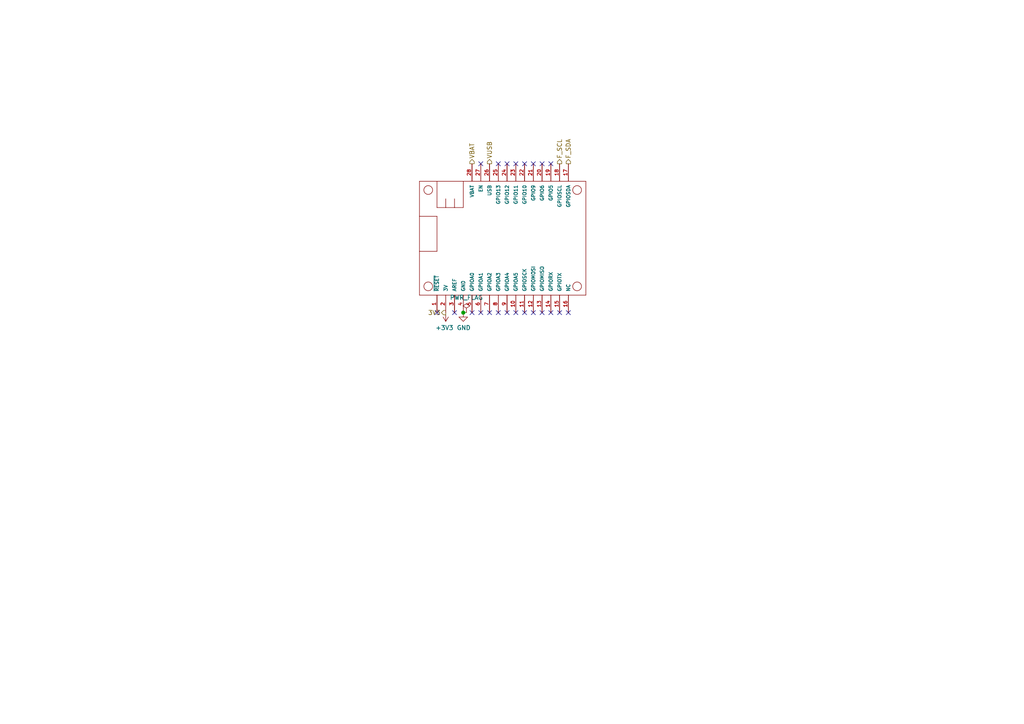
<source format=kicad_sch>
(kicad_sch (version 20201015) (generator eeschema)
  (page 1 6)
  (paper "A4")
  (lib_symbols
    (symbol "adafruit_featherwing:ADAFRUIT_FEATHERWING" (pin_names (offset 1.016))
      (symbol "ADAFRUIT_FEATHERWING_1_1"
        (circle (center 2.54 2.54) (radius 1.27))
        (circle (center 2.54 30.48) (radius 1.27))
        (circle (center 45.72 2.54) (radius 1.27))
        (circle (center 45.72 30.48) (radius 1.27))
        (pin input line (at 5.08 -5.08 90) (length 5.08) (name "~RESET") (number "1"))
        (pin bidirectional line (at 27.94 -5.08 90) (length 5.08) (name "GPIOA5") (number "10"))
        (pin bidirectional line (at 30.48 -5.08 90) (length 5.08) (name "GPIOSCK") (number "11"))
        (pin bidirectional line (at 33.02 -5.08 90) (length 5.08) (name "GPIOMOSI") (number "12"))
        (pin bidirectional line (at 35.56 -5.08 90) (length 5.08) (name "GPIOMISO") (number "13"))
        (pin bidirectional line (at 38.1 -5.08 90) (length 5.08) (name "GPIORX") (number "14"))
        (pin bidirectional line (at 40.64 -5.08 90) (length 5.08) (name "GPIOTX") (number "15"))
        (pin passive line (at 43.18 -5.08 90) (length 5.08) (name "NC") (number "16"))
        (pin bidirectional line (at 43.18 38.1 270) (length 5.08) (name "GPIOSDA") (number "17"))
        (pin bidirectional line (at 40.64 38.1 270) (length 5.08) (name "GPIOSCL") (number "18"))
        (pin bidirectional line (at 38.1 38.1 270) (length 5.08) (name "GPIO5") (number "19"))
        (pin power_out line (at 7.62 -5.08 90) (length 5.08) (name "3V") (number "2"))
        (pin bidirectional line (at 35.56 38.1 270) (length 5.08) (name "GPIO6") (number "20"))
        (pin bidirectional line (at 33.02 38.1 270) (length 5.08) (name "GPIO9") (number "21"))
        (pin bidirectional line (at 30.48 38.1 270) (length 5.08) (name "GPIO10") (number "22"))
        (pin bidirectional line (at 27.94 38.1 270) (length 5.08) (name "GPIO11") (number "23"))
        (pin bidirectional line (at 25.4 38.1 270) (length 5.08) (name "GPIO12") (number "24"))
        (pin bidirectional line (at 22.86 38.1 270) (length 5.08) (name "GPIO13") (number "25"))
        (pin power_out line (at 20.32 38.1 270) (length 5.08) (name "USB") (number "26"))
        (pin passive line (at 17.78 38.1 270) (length 5.08) (name "EN") (number "27"))
        (pin power_out line (at 15.24 38.1 270) (length 5.08) (name "VBAT") (number "28"))
        (pin passive line (at 10.16 -5.08 90) (length 5.08) (name "AREF") (number "3"))
        (pin power_in line (at 12.7 -5.08 90) (length 5.08) (name "GND") (number "4"))
        (pin bidirectional line (at 15.24 -5.08 90) (length 5.08) (name "GPIOA0") (number "5"))
        (pin bidirectional line (at 17.78 -5.08 90) (length 5.08) (name "GPIOA1") (number "6"))
        (pin bidirectional line (at 20.32 -5.08 90) (length 5.08) (name "GPIOA2") (number "7"))
        (pin bidirectional line (at 22.86 -5.08 90) (length 5.08) (name "GPIOA3") (number "8"))
        (pin bidirectional line (at 25.4 -5.08 90) (length 5.08) (name "GPIOA4") (number "9"))
      )
      (symbol "ADAFRUIT_FEATHERWING_1_0"
        (polyline (pts (xy 0 0) (xy 48.26 0)))
        (polyline (pts (xy 0 12.7) (xy 0 0)))
        (polyline (pts (xy 0 22.86) (xy 0 12.7)))
        (polyline (pts (xy 0 22.86) (xy 5.08 22.86)))
        (polyline (pts (xy 0 33.02) (xy 0 22.86)))
        (polyline (pts (xy 5.08 12.7) (xy 0 12.7)))
        (polyline (pts (xy 5.08 22.86) (xy 5.08 12.7)))
        (polyline (pts (xy 5.08 25.4) (xy 7.62 25.4)))
        (polyline (pts (xy 5.08 33.02) (xy 0 33.02)))
        (polyline (pts (xy 5.08 33.02) (xy 5.08 25.4)))
        (polyline (pts (xy 7.62 25.4) (xy 10.16 25.4)))
        (polyline (pts (xy 7.62 27.94) (xy 7.62 25.4)))
        (polyline (pts (xy 10.16 25.4) (xy 12.7 25.4)))
        (polyline (pts (xy 10.16 27.94) (xy 10.16 25.4)))
        (polyline (pts (xy 12.7 25.4) (xy 12.7 33.02)))
        (polyline (pts (xy 12.7 33.02) (xy 5.08 33.02)))
        (polyline (pts (xy 48.26 0) (xy 48.26 33.02)))
        (polyline (pts (xy 48.26 33.02) (xy 12.7 33.02)))
      )
    )
    (symbol "power:+3V3" (power) (pin_names (offset 0))
      (property "Value" "+3V3" (at 0 3.556 0))
      (symbol "+3V3_0_1"
        (polyline (pts (xy -0.762 1.27) (xy 0 2.54)))
        (polyline (pts (xy 0 0) (xy 0 2.54)))
        (polyline (pts (xy 0 2.54) (xy 0.762 1.27)))
      )
      (symbol "+3V3_1_1"
        (pin power_in line (at 0 0 90) (length 0) hide (name "+3V3") (number "1"))
      )
    )
    (symbol "power:GND" (power) (pin_names (offset 0))
      (property "Value" "GND" (at 0 -3.81 0))
      (symbol "GND_0_1"
        (polyline (pts (xy 0 0) (xy 0 -1.27) (xy 1.27 -1.27) (xy 0 -2.54) (xy -1.27 -1.27) (xy 0 -1.27)))
      )
      (symbol "GND_1_1"
        (pin power_in line (at 0 0 270) (length 0) hide (name "GND") (number "1"))
      )
    )
    (symbol "power:PWR_FLAG" (power) (pin_numbers hide) (pin_names (offset 0) hide)
      (property "Value" "PWR_FLAG" (at 0 3.81 0))
      (symbol "PWR_FLAG_0_1"
        (polyline (pts (xy 0 0) (xy 0 1.27) (xy -1.016 1.905) (xy 0 2.54) (xy 1.016 1.905) (xy 0 1.27)))
      )
      (symbol "PWR_FLAG_0_0"
        (pin power_out line (at 0 0 90) (length 0) (name "pwr") (number "1"))
      )
    )
  )
  (junction (at 134.366 90.678) (diameter 1.016))
  (no_connect (at 126.746 90.678))
  (no_connect (at 131.826 90.678))
  (no_connect (at 136.906 90.678))
  (no_connect (at 139.446 47.498))
  (no_connect (at 139.446 90.678))
  (no_connect (at 141.986 90.678))
  (no_connect (at 144.526 47.498))
  (no_connect (at 144.526 90.678))
  (no_connect (at 147.066 47.498))
  (no_connect (at 147.066 90.678))
  (no_connect (at 149.606 47.498))
  (no_connect (at 149.606 90.678))
  (no_connect (at 152.146 47.498))
  (no_connect (at 152.146 90.678))
  (no_connect (at 154.686 47.498))
  (no_connect (at 154.686 90.678))
  (no_connect (at 157.226 47.498))
  (no_connect (at 157.226 90.678))
  (no_connect (at 159.766 47.498))
  (no_connect (at 159.766 90.678))
  (no_connect (at 162.306 90.678))
  (no_connect (at 164.846 90.678))
  (wire (pts (xy 134.366 90.6272) (xy 134.366 90.678)) (stroke (width 0.152)))
  (wire (pts (xy 135.2804 90.6272) (xy 134.366 90.6272)))
  (hierarchical_label "3V3" (shape output) (at 129.286 90.678 180))
  (hierarchical_label "VBAT" (shape output) (at 136.906 47.498 90))
  (hierarchical_label "VUSB" (shape output) (at 141.986 47.498 90))
  (hierarchical_label "F_SCL" (shape output) (at 162.306 47.498 90))
  (hierarchical_label "F_SDA" (shape output) (at 164.846 47.498 90))
  (symbol (lib_id "power:PWR_FLAG") (at 135.2804 90.6272 0) (unit 1)
    (property "Reference" "#FLG0101" (effects hide))
    (property "Value" "PWR_FLAG" (at 135.2804 86.3028 0))
  )
  (symbol (lib_id "power:+3V3") (at 129.286 90.678 180) (unit 1)
    (property "Reference" "#PWR07" (effects hide))
    (property "Value" "+3V3" (at 128.905 95.0722 0))
  )
  (symbol (lib_id "power:GND") (at 134.366 90.678 0) (unit 1)
    (property "Reference" "#PWR06" (effects hide))
    (property "Value" "GND" (at 134.493 95.0722 0))
  )
  (symbol (lib_id "adafruit_featherwing:ADAFRUIT_FEATHERWING") (at 121.666 85.598 0) (unit 1)
    (property "Reference" "MS1" (effects hide))
    (property "Value" "ADAFRUIT_FEATHERWING" (effects hide))
    (property "Footprint" "featherwing:adafruit_featherwing" (effects hide))
    (property "manf#" "3200" (effects hide))
  )
)
</source>
